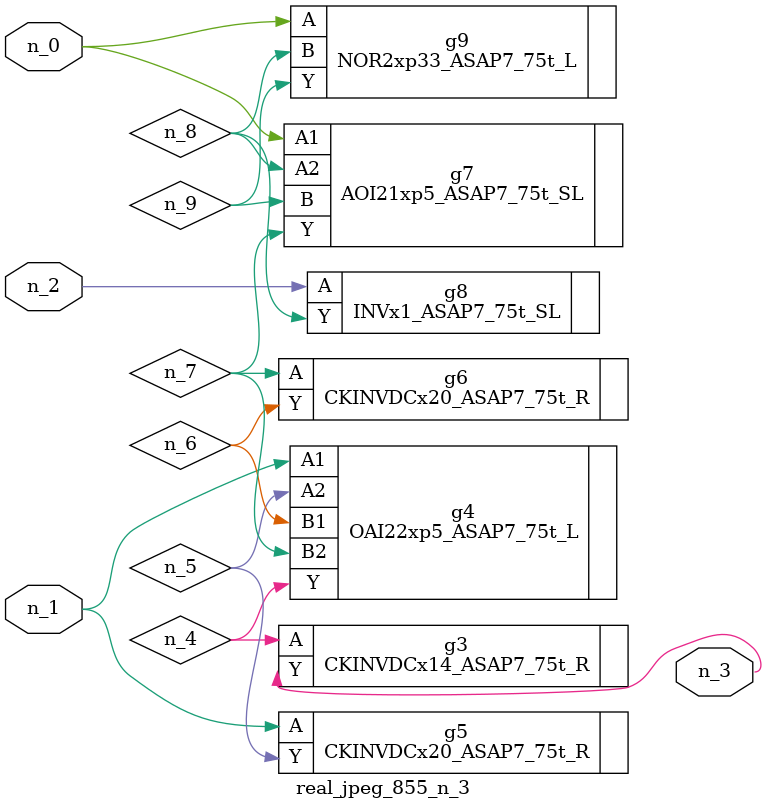
<source format=v>
module real_jpeg_855_n_3 (n_1, n_0, n_2, n_3);

input n_1;
input n_0;
input n_2;

output n_3;

wire n_5;
wire n_8;
wire n_4;
wire n_6;
wire n_7;
wire n_9;

AOI21xp5_ASAP7_75t_SL g7 ( 
.A1(n_0),
.A2(n_8),
.B(n_9),
.Y(n_7)
);

NOR2xp33_ASAP7_75t_L g9 ( 
.A(n_0),
.B(n_8),
.Y(n_9)
);

OAI22xp5_ASAP7_75t_L g4 ( 
.A1(n_1),
.A2(n_5),
.B1(n_6),
.B2(n_7),
.Y(n_4)
);

CKINVDCx20_ASAP7_75t_R g5 ( 
.A(n_1),
.Y(n_5)
);

INVx1_ASAP7_75t_SL g8 ( 
.A(n_2),
.Y(n_8)
);

CKINVDCx14_ASAP7_75t_R g3 ( 
.A(n_4),
.Y(n_3)
);

CKINVDCx20_ASAP7_75t_R g6 ( 
.A(n_7),
.Y(n_6)
);


endmodule
</source>
